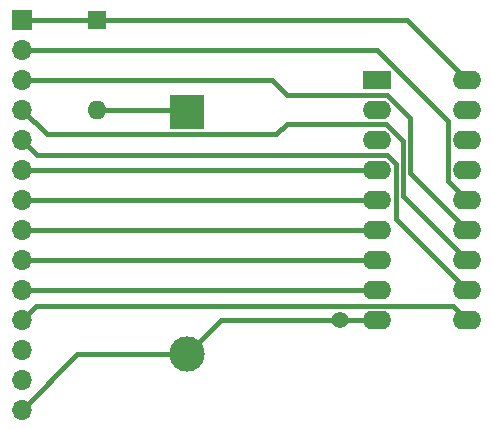
<source format=gbr>
%TF.GenerationSoftware,KiCad,Pcbnew,7.0.1*%
%TF.CreationDate,2023-12-31T16:00:12+01:00*%
%TF.ProjectId,ami_rtc,616d695f-7274-4632-9e6b-696361645f70,rev?*%
%TF.SameCoordinates,PX5125ed0PY5544200*%
%TF.FileFunction,Copper,L2,Bot*%
%TF.FilePolarity,Positive*%
%FSLAX46Y46*%
G04 Gerber Fmt 4.6, Leading zero omitted, Abs format (unit mm)*
G04 Created by KiCad (PCBNEW 7.0.1) date 2023-12-31 16:00:12*
%MOMM*%
%LPD*%
G01*
G04 APERTURE LIST*
%TA.AperFunction,ComponentPad*%
%ADD10C,3.000000*%
%TD*%
%TA.AperFunction,ComponentPad*%
%ADD11R,3.000000X3.000000*%
%TD*%
%TA.AperFunction,ComponentPad*%
%ADD12R,2.400000X1.600000*%
%TD*%
%TA.AperFunction,ComponentPad*%
%ADD13O,2.400000X1.600000*%
%TD*%
%TA.AperFunction,ComponentPad*%
%ADD14O,1.700000X1.700000*%
%TD*%
%TA.AperFunction,ComponentPad*%
%ADD15R,1.700000X1.700000*%
%TD*%
%TA.AperFunction,ComponentPad*%
%ADD16R,1.600000X1.600000*%
%TD*%
%TA.AperFunction,ComponentPad*%
%ADD17O,1.600000X1.600000*%
%TD*%
%TA.AperFunction,ViaPad*%
%ADD18C,1.400000*%
%TD*%
%TA.AperFunction,Conductor*%
%ADD19C,0.400000*%
%TD*%
G04 APERTURE END LIST*
D10*
%TO.P,BT1,2,-*%
%TO.N,GND*%
X16764001Y8524000D03*
D11*
%TO.P,BT1,1,+*%
%TO.N,Net-(BT1-+)*%
X16764001Y29014000D03*
%TD*%
D12*
%TO.P,U1,1,STD.P*%
%TO.N,unconnected-(U1-STD.P-Pad1)*%
X32890500Y31740000D03*
D13*
%TO.P,U1,2,CS0*%
%TO.N,_XCLKCS*%
X32890500Y29200000D03*
%TO.P,U1,3,ALE*%
%TO.N,Net-(U1-ALE)*%
X32890500Y26660000D03*
%TO.P,U1,4,A0*%
%TO.N,XA2*%
X32890500Y24120000D03*
%TO.P,U1,5,A1*%
%TO.N,XA3*%
X32890500Y21580000D03*
%TO.P,U1,6,A2*%
%TO.N,XA4*%
X32890500Y19040000D03*
%TO.P,U1,7,A3*%
%TO.N,XA5*%
X32890500Y16500000D03*
%TO.P,U1,8,_RD*%
%TO.N,_XCLKRD*%
X32890500Y13960000D03*
%TO.P,U1,9,GND*%
%TO.N,GND*%
X32890500Y11420000D03*
%TO.P,U1,10,_WR*%
%TO.N,_XCLKWR*%
X40510500Y11420000D03*
%TO.P,U1,11,D3*%
%TO.N,XD3*%
X40510500Y13960000D03*
%TO.P,U1,12,D2*%
%TO.N,XD2*%
X40510500Y16500000D03*
%TO.P,U1,13,D1*%
%TO.N,XD1*%
X40510500Y19040000D03*
%TO.P,U1,14,D0*%
%TO.N,XD0*%
X40510500Y21580000D03*
%TO.P,U1,15,CS1*%
%TO.N,Net-(U1-ALE)*%
X40510500Y24120000D03*
%TO.P,U1,16,(Vdd)*%
%TO.N,unconnected-(U1-(Vdd)-Pad16)*%
X40510500Y26660000D03*
%TO.P,U1,17,(Vdd)*%
%TO.N,unconnected-(U1-(Vdd)-Pad17)*%
X40510500Y29200000D03*
%TO.P,U1,18,Vdd*%
%TO.N,+5V*%
X40510500Y31740000D03*
%TD*%
D14*
%TO.P,J1,14,Pin_14*%
%TO.N,GND*%
X2794000Y3810000D03*
%TO.P,J1,13,Pin_13*%
%TO.N,unconnected-(J1-Pin_13-Pad13)*%
X2794000Y6350000D03*
%TO.P,J1,12,Pin_12*%
%TO.N,_XCLKCS*%
X2794000Y8890000D03*
%TO.P,J1,11,Pin_11*%
%TO.N,_XCLKWR*%
X2794000Y11430000D03*
%TO.P,J1,10,Pin_10*%
%TO.N,_XCLKRD*%
X2794000Y13970000D03*
%TO.P,J1,9,Pin_9*%
%TO.N,XA5*%
X2794000Y16510000D03*
%TO.P,J1,8,Pin_8*%
%TO.N,XA4*%
X2794000Y19050000D03*
%TO.P,J1,7,Pin_7*%
%TO.N,XA3*%
X2794000Y21590000D03*
%TO.P,J1,6,Pin_6*%
%TO.N,XA2*%
X2794000Y24130000D03*
%TO.P,J1,5,Pin_5*%
%TO.N,XD3*%
X2794000Y26670000D03*
%TO.P,J1,4,Pin_4*%
%TO.N,XD2*%
X2794000Y29210000D03*
%TO.P,J1,3,Pin_3*%
%TO.N,XD1*%
X2794000Y31750000D03*
%TO.P,J1,2,Pin_2*%
%TO.N,XD0*%
X2794000Y34290000D03*
D15*
%TO.P,J1,1,Pin_1*%
%TO.N,+5V*%
X2794000Y36830000D03*
%TD*%
D16*
%TO.P,D1,1,K*%
%TO.N,+5V*%
X9144000Y36830000D03*
D17*
%TO.P,D1,2,A*%
%TO.N,Net-(BT1-+)*%
X9144000Y29210000D03*
%TD*%
D18*
%TO.N,GND*%
X29718000Y11420000D03*
%TD*%
D19*
%TO.N,Net-(BT1-+)*%
X16568001Y29210000D02*
X16764001Y29014000D01*
X9144000Y29210000D02*
X16568001Y29210000D01*
%TO.N,_XCLKWR*%
X39310500Y12620000D02*
X3984000Y12620000D01*
X3984000Y12620000D02*
X2794000Y11430000D01*
X40510500Y11420000D02*
X39310500Y12620000D01*
%TO.N,GND*%
X19660001Y11420000D02*
X16764001Y8524000D01*
X29718000Y11420000D02*
X19660001Y11420000D01*
X32890500Y11420000D02*
X29718000Y11420000D01*
%TO.N,+5V*%
X32512000Y36830000D02*
X10160000Y36830000D01*
X35420500Y36830000D02*
X32512000Y36830000D01*
%TO.N,GND*%
X7508000Y8524000D02*
X2794000Y3810000D01*
X16764001Y8524000D02*
X7508000Y8524000D01*
%TO.N,_XCLKRD*%
X24015500Y13970000D02*
X2794000Y13970000D01*
X24025500Y13960000D02*
X24015500Y13970000D01*
%TO.N,XA5*%
X24015500Y16510000D02*
X2794000Y16510000D01*
X24025500Y16500000D02*
X24015500Y16510000D01*
%TO.N,XA4*%
X24015500Y19050000D02*
X2794000Y19050000D01*
X24025500Y19040000D02*
X24015500Y19050000D01*
%TO.N,XA3*%
X24015500Y21590000D02*
X2794000Y21590000D01*
X24025500Y21580000D02*
X24015500Y21590000D01*
%TO.N,XA2*%
X24015500Y24130000D02*
X2794000Y24130000D01*
X24025500Y24120000D02*
X24015500Y24130000D01*
%TO.N,XD3*%
X33707556Y25400000D02*
X4064000Y25400000D01*
X4064000Y25400000D02*
X2794000Y26670000D01*
X34490500Y19980000D02*
X34490500Y24617056D01*
X34490500Y24617056D02*
X33707556Y25400000D01*
X40510500Y13960000D02*
X34490500Y19980000D01*
%TO.N,XD2*%
X25225500Y28000000D02*
X24339500Y27114000D01*
X35090500Y26557056D02*
X33647556Y28000000D01*
X33647556Y28000000D02*
X25225500Y28000000D01*
X40510500Y16500000D02*
X35090500Y21920000D01*
X35090500Y21920000D02*
X35090500Y26557056D01*
X24339500Y27114000D02*
X4890000Y27114000D01*
X4890000Y27114000D02*
X2794000Y29210000D01*
%TO.N,XD1*%
X24015500Y31750000D02*
X2794000Y31750000D01*
X25285500Y30480000D02*
X24015500Y31750000D01*
%TO.N,XD0*%
X32905500Y34290000D02*
X2794000Y34290000D01*
X38910500Y28285000D02*
X32905500Y34290000D01*
X40510500Y21580000D02*
X38910500Y23180000D01*
X38910500Y23180000D02*
X38910500Y28285000D01*
%TO.N,+5V*%
X40510500Y31740000D02*
X35420500Y36830000D01*
X2794000Y36830000D02*
X10160000Y36830000D01*
%TO.N,XD1*%
X35690500Y28497056D02*
X33707556Y30480000D01*
X35690500Y23860000D02*
X35690500Y28497056D01*
X33707556Y30480000D02*
X25285500Y30480000D01*
X40510500Y19040000D02*
X35690500Y23860000D01*
%TO.N,_XCLKRD*%
X2804000Y13960000D02*
X2794000Y13970000D01*
X32890500Y13960000D02*
X24025500Y13960000D01*
%TO.N,XA5*%
X2804000Y16500000D02*
X2794000Y16510000D01*
X32890500Y16500000D02*
X24025500Y16500000D01*
%TO.N,XA4*%
X2804000Y19040000D02*
X2794000Y19050000D01*
X32890500Y19040000D02*
X24025500Y19040000D01*
%TO.N,XA3*%
X2804000Y21580000D02*
X2794000Y21590000D01*
X32890500Y21580000D02*
X24025500Y21580000D01*
%TO.N,XA2*%
X32890500Y24120000D02*
X24025500Y24120000D01*
X2804000Y24120000D02*
X2794000Y24130000D01*
%TD*%
M02*

</source>
